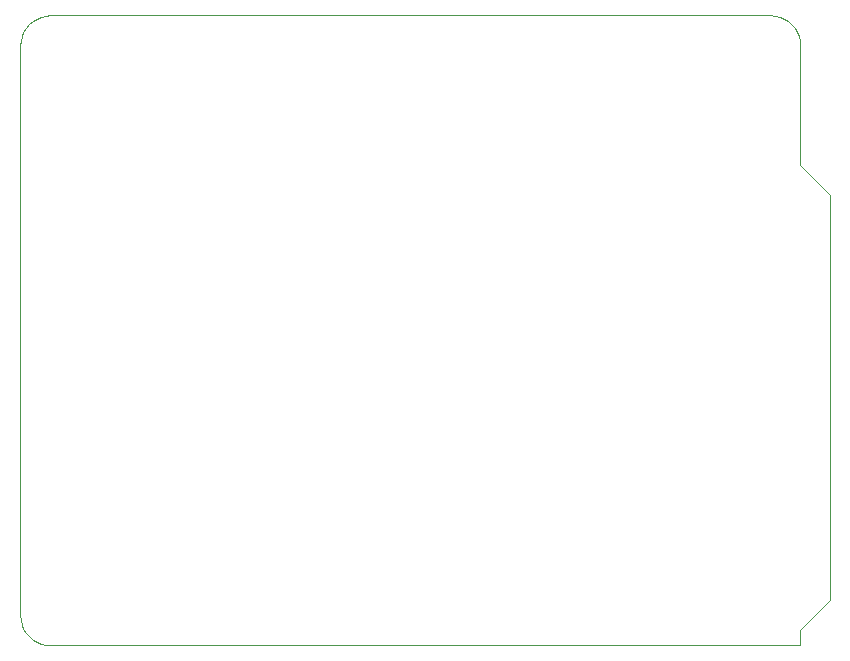
<source format=gko>
%MOIN*%
%OFA0B0*%
%FSLAX44Y44*%
%IPPOS*%
%LPD*%
%ADD10C,0*%
D10*
X00001000Y00000000D02*
X00001000Y00000000D01*
X00026000Y00000000D01*
X00026000Y00000499D01*
X00026999Y00001499D01*
X00026999Y00014999D01*
X00026000Y00015999D01*
X00026000Y00020000D01*
X00025987Y00020156D01*
X00025951Y00020309D01*
X00025891Y00020453D01*
X00025809Y00020587D01*
X00025707Y00020707D01*
X00025587Y00020809D01*
X00025453Y00020891D01*
X00025309Y00020951D01*
X00025156Y00020987D01*
X00024999Y00021000D01*
X00024999Y00020999D01*
X00001000Y00020999D01*
X00000843Y00020987D01*
X00000690Y00020951D01*
X00000546Y00020891D01*
X00000412Y00020809D01*
X00000292Y00020707D01*
X00000190Y00020587D01*
X00000108Y00020453D01*
X00000048Y00020309D01*
X00000012Y00020156D01*
X00000000Y00020000D01*
X00000000Y00000999D01*
X00000012Y00000843D01*
X00000048Y00000690D01*
X00000108Y00000546D01*
X00000190Y00000412D01*
X00000292Y00000292D01*
X00000412Y00000190D01*
X00000546Y00000108D01*
X00000690Y00000048D01*
X00000843Y00000012D01*
X00001000Y00000000D01*
M02*
</source>
